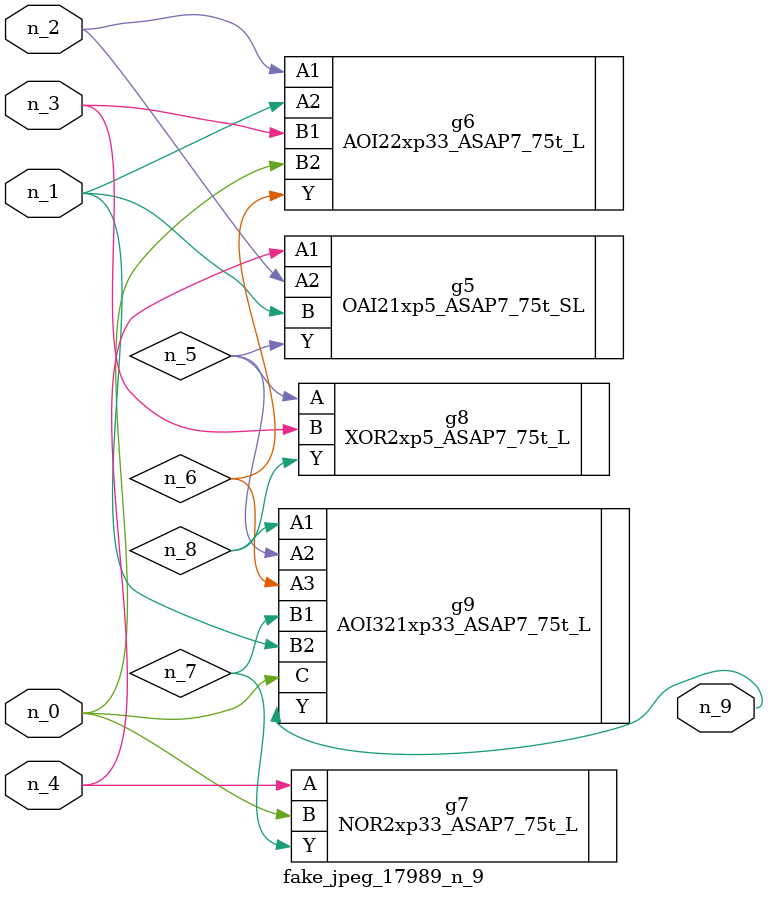
<source format=v>
module fake_jpeg_17989_n_9 (n_3, n_2, n_1, n_0, n_4, n_9);

input n_3;
input n_2;
input n_1;
input n_0;
input n_4;

output n_9;

wire n_8;
wire n_6;
wire n_5;
wire n_7;

OAI21xp5_ASAP7_75t_SL g5 ( 
.A1(n_4),
.A2(n_2),
.B(n_1),
.Y(n_5)
);

AOI22xp33_ASAP7_75t_L g6 ( 
.A1(n_2),
.A2(n_1),
.B1(n_3),
.B2(n_0),
.Y(n_6)
);

NOR2xp33_ASAP7_75t_L g7 ( 
.A(n_4),
.B(n_0),
.Y(n_7)
);

XOR2xp5_ASAP7_75t_L g8 ( 
.A(n_5),
.B(n_3),
.Y(n_8)
);

AOI321xp33_ASAP7_75t_L g9 ( 
.A1(n_8),
.A2(n_5),
.A3(n_6),
.B1(n_7),
.B2(n_1),
.C(n_0),
.Y(n_9)
);


endmodule
</source>
